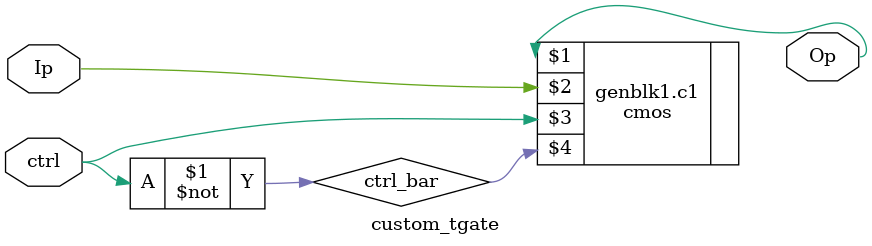
<source format=sv>
/*
====================================================================================================
   Transmission gate logic circuit based bi-directional shifter 
   Author:      Avinash Eega
   Date:        04/17/2022
   Description: A module acts as a base that is similar to mux logic with "n" inputs and outputs. 
                Uses this module to construct a shifter with any number of inputs.
                All the inputs and outputs are one-hot encoded. 

====================================================================================================
*/

module custom_tgate(Op, ctrl, Ip);
	output Op;
	input Ip, ctrl;
	wire ctrl_bar;
    // If set, uses cmos instead of custom tranmission gate
    parameter WITH_CMOS = 1;
	assign ctrl_bar = ~ctrl;
    
    if(WITH_CMOS) begin	
	    cmos c1(Op, Ip, ctrl, ctrl_bar);
    end else begin
	    nmos n1(Op, Ip, ctrl);
	    pmos p1(Op, Ip, ctrl_bar);
	end
endmodule

</source>
